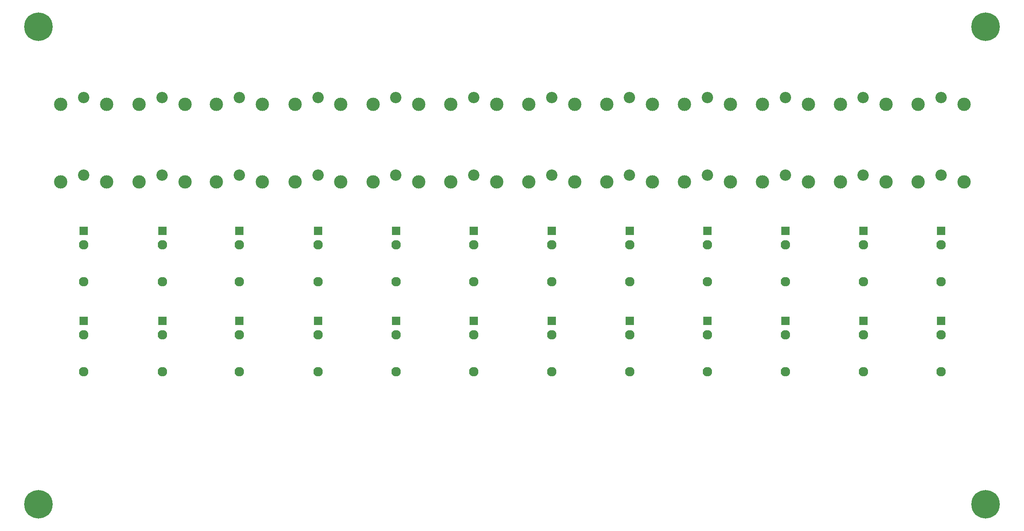
<source format=gbr>
%TF.GenerationSoftware,KiCad,Pcbnew,7.0.1-0*%
%TF.CreationDate,2023-05-06T12:03:47+02:00*%
%TF.ProjectId,video_patch_bay,76696465-6f5f-4706-9174-63685f626179,rev?*%
%TF.SameCoordinates,Original*%
%TF.FileFunction,Soldermask,Bot*%
%TF.FilePolarity,Negative*%
%FSLAX46Y46*%
G04 Gerber Fmt 4.6, Leading zero omitted, Abs format (unit mm)*
G04 Created by KiCad (PCBNEW 7.0.1-0) date 2023-05-06 12:03:47*
%MOMM*%
%LPD*%
G01*
G04 APERTURE LIST*
%ADD10C,3.000000*%
%ADD11C,2.550000*%
%ADD12R,1.930000X1.830000*%
%ADD13C,2.130000*%
%ADD14C,6.400000*%
G04 APERTURE END LIST*
D10*
%TO.C,J13*%
X42350000Y-54291068D03*
X52650000Y-54291068D03*
D11*
X47500000Y-52691068D03*
%TD*%
D12*
%TO.C,J44*%
X170175000Y-85511068D03*
D13*
X170175000Y-96911068D03*
X170175000Y-88611068D03*
%TD*%
D12*
%TO.C,J38*%
X65175000Y-85511068D03*
D13*
X65175000Y-96911068D03*
X65175000Y-88611068D03*
%TD*%
D10*
%TO.C,J11*%
X217500000Y-36855534D03*
X227800000Y-36855534D03*
D11*
X222650000Y-35255534D03*
%TD*%
D12*
%TO.C,J26*%
X65175000Y-65255534D03*
D13*
X65175000Y-76655534D03*
X65175000Y-68355534D03*
%TD*%
D10*
%TO.C,J4*%
X95000000Y-36855534D03*
X105300000Y-36855534D03*
D11*
X100150000Y-35255534D03*
%TD*%
D10*
%TO.C,J12*%
X235000000Y-36855534D03*
X245300000Y-36855534D03*
D11*
X240150000Y-35255534D03*
%TD*%
D12*
%TO.C,J36*%
X240175000Y-65255534D03*
D13*
X240175000Y-76655534D03*
X240175000Y-68355534D03*
%TD*%
D10*
%TO.C,J1*%
X42350000Y-36855534D03*
X52650000Y-36855534D03*
D11*
X47500000Y-35255534D03*
%TD*%
D12*
%TO.C,J45*%
X187675000Y-85511068D03*
D13*
X187675000Y-96911068D03*
X187675000Y-88611068D03*
%TD*%
D10*
%TO.C,J10*%
X200000000Y-36855534D03*
X210300000Y-36855534D03*
D11*
X205150000Y-35255534D03*
%TD*%
D12*
%TO.C,J33*%
X187675000Y-65255534D03*
D13*
X187675000Y-76655534D03*
X187675000Y-68355534D03*
%TD*%
D10*
%TO.C,J17*%
X112500000Y-54291068D03*
X122800000Y-54291068D03*
D11*
X117650000Y-52691068D03*
%TD*%
D10*
%TO.C,J6*%
X130000000Y-36855534D03*
X140300000Y-36855534D03*
D11*
X135150000Y-35255534D03*
%TD*%
D10*
%TO.C,J20*%
X165000000Y-54291068D03*
X175300000Y-54291068D03*
D11*
X170150000Y-52691068D03*
%TD*%
D10*
%TO.C,J16*%
X95000000Y-54291068D03*
X105300000Y-54291068D03*
D11*
X100150000Y-52691068D03*
%TD*%
D14*
%TO.C,REF\u002A\u002A*%
X250100000Y-126700000D03*
%TD*%
D10*
%TO.C,J18*%
X130000000Y-54291068D03*
X140300000Y-54291068D03*
D11*
X135150000Y-52691068D03*
%TD*%
D14*
%TO.C,REF\u002A\u002A*%
X250100000Y-19400000D03*
%TD*%
D12*
%TO.C,J41*%
X117675000Y-85511068D03*
D13*
X117675000Y-96911068D03*
X117675000Y-88611068D03*
%TD*%
D12*
%TO.C,J29*%
X117675000Y-65255534D03*
D13*
X117675000Y-76655534D03*
X117675000Y-68355534D03*
%TD*%
D12*
%TO.C,J46*%
X205175000Y-85511068D03*
D13*
X205175000Y-96911068D03*
X205175000Y-88611068D03*
%TD*%
D12*
%TO.C,J34*%
X205175000Y-65255534D03*
D13*
X205175000Y-76655534D03*
X205175000Y-68355534D03*
%TD*%
D12*
%TO.C,J47*%
X222675000Y-85511068D03*
D13*
X222675000Y-96911068D03*
X222675000Y-88611068D03*
%TD*%
D12*
%TO.C,J43*%
X152675000Y-85511068D03*
D13*
X152675000Y-96911068D03*
X152675000Y-88611068D03*
%TD*%
D10*
%TO.C,J2*%
X60000000Y-36855534D03*
X70300000Y-36855534D03*
D11*
X65150000Y-35255534D03*
%TD*%
D12*
%TO.C,J35*%
X222675000Y-65255534D03*
D13*
X222675000Y-76655534D03*
X222675000Y-68355534D03*
%TD*%
D12*
%TO.C,J28*%
X100175000Y-65255534D03*
D13*
X100175000Y-76655534D03*
X100175000Y-68355534D03*
%TD*%
D12*
%TO.C,J37*%
X47525000Y-85511068D03*
D13*
X47525000Y-96911068D03*
X47525000Y-88611068D03*
%TD*%
D12*
%TO.C,J48*%
X240175000Y-85511068D03*
D13*
X240175000Y-96911068D03*
X240175000Y-88611068D03*
%TD*%
D10*
%TO.C,J22*%
X200000000Y-54291068D03*
X210300000Y-54291068D03*
D11*
X205150000Y-52691068D03*
%TD*%
D12*
%TO.C,J40*%
X100175000Y-85511068D03*
D13*
X100175000Y-96911068D03*
X100175000Y-88611068D03*
%TD*%
D10*
%TO.C,J21*%
X182500000Y-54291068D03*
X192800000Y-54291068D03*
D11*
X187650000Y-52691068D03*
%TD*%
D12*
%TO.C,J42*%
X135175000Y-85511068D03*
D13*
X135175000Y-96911068D03*
X135175000Y-88611068D03*
%TD*%
D12*
%TO.C,J39*%
X82525000Y-85511068D03*
D13*
X82525000Y-96911068D03*
X82525000Y-88611068D03*
%TD*%
D12*
%TO.C,J25*%
X47525000Y-65255534D03*
D13*
X47525000Y-76655534D03*
X47525000Y-68355534D03*
%TD*%
D12*
%TO.C,J32*%
X170175000Y-65255534D03*
D13*
X170175000Y-76655534D03*
X170175000Y-68355534D03*
%TD*%
D10*
%TO.C,J19*%
X147500000Y-54291068D03*
X157800000Y-54291068D03*
D11*
X152650000Y-52691068D03*
%TD*%
D10*
%TO.C,J23*%
X217500000Y-54291068D03*
X227800000Y-54291068D03*
D11*
X222650000Y-52691068D03*
%TD*%
D10*
%TO.C,J14*%
X60000000Y-54291068D03*
X70300000Y-54291068D03*
D11*
X65150000Y-52691068D03*
%TD*%
D14*
%TO.C,REF\u002A\u002A*%
X37400000Y-19400000D03*
%TD*%
D10*
%TO.C,J5*%
X112500000Y-36855534D03*
X122800000Y-36855534D03*
D11*
X117650000Y-35255534D03*
%TD*%
D12*
%TO.C,J30*%
X135175000Y-65255534D03*
D13*
X135175000Y-76655534D03*
X135175000Y-68355534D03*
%TD*%
D14*
%TO.C,REF\u002A\u002A*%
X37400000Y-126700000D03*
%TD*%
D10*
%TO.C,J24*%
X235000000Y-54291068D03*
X245300000Y-54291068D03*
D11*
X240150000Y-52691068D03*
%TD*%
D10*
%TO.C,J9*%
X182500000Y-36855534D03*
X192800000Y-36855534D03*
D11*
X187650000Y-35255534D03*
%TD*%
D10*
%TO.C,J7*%
X147500000Y-36855534D03*
X157800000Y-36855534D03*
D11*
X152650000Y-35255534D03*
%TD*%
D10*
%TO.C,J3*%
X77350000Y-36855534D03*
X87650000Y-36855534D03*
D11*
X82500000Y-35255534D03*
%TD*%
D10*
%TO.C,J15*%
X77350000Y-54291068D03*
X87650000Y-54291068D03*
D11*
X82500000Y-52691068D03*
%TD*%
D12*
%TO.C,J27*%
X82525000Y-65255534D03*
D13*
X82525000Y-76655534D03*
X82525000Y-68355534D03*
%TD*%
D12*
%TO.C,J31*%
X152675000Y-65255534D03*
D13*
X152675000Y-76655534D03*
X152675000Y-68355534D03*
%TD*%
D10*
%TO.C,J8*%
X165000000Y-36855534D03*
X175300000Y-36855534D03*
D11*
X170150000Y-35255534D03*
%TD*%
M02*

</source>
